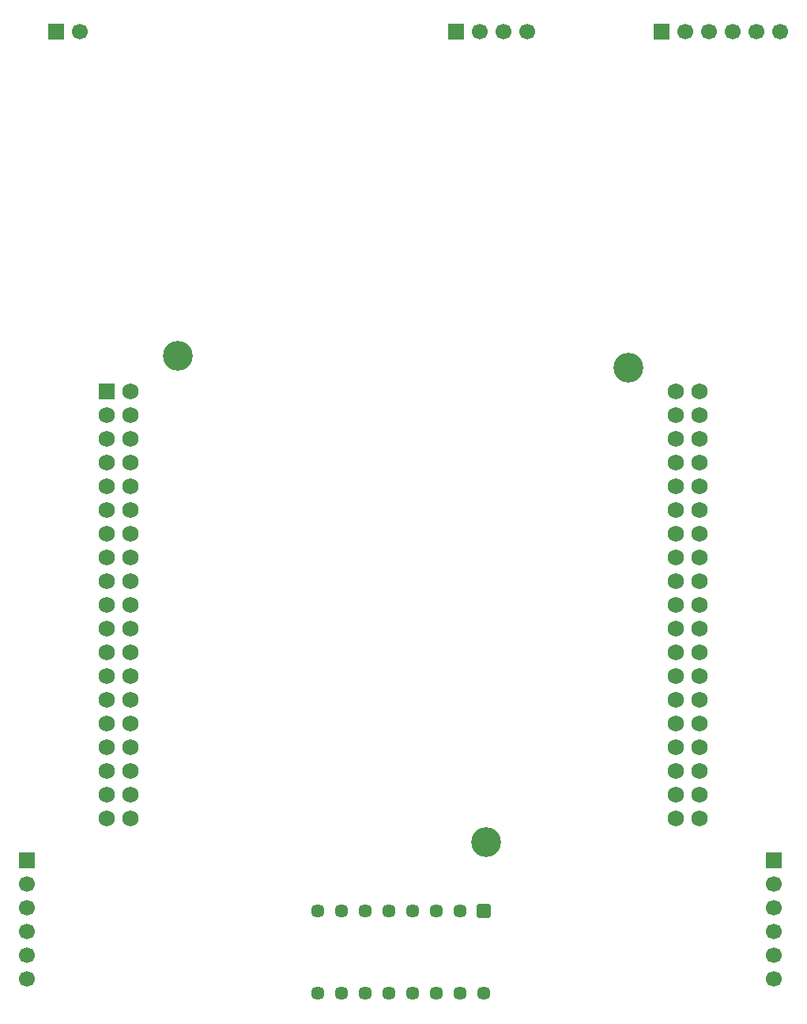
<source format=gbr>
%TF.GenerationSoftware,KiCad,Pcbnew,9.0.4*%
%TF.CreationDate,2025-11-20T13:42:00+01:00*%
%TF.ProjectId,tuto,7475746f-2e6b-4696-9361-645f70636258,rev?*%
%TF.SameCoordinates,Original*%
%TF.FileFunction,Soldermask,Bot*%
%TF.FilePolarity,Negative*%
%FSLAX46Y46*%
G04 Gerber Fmt 4.6, Leading zero omitted, Abs format (unit mm)*
G04 Created by KiCad (PCBNEW 9.0.4) date 2025-11-20 13:42:00*
%MOMM*%
%LPD*%
G01*
G04 APERTURE LIST*
G04 Aperture macros list*
%AMRoundRect*
0 Rectangle with rounded corners*
0 $1 Rounding radius*
0 $2 $3 $4 $5 $6 $7 $8 $9 X,Y pos of 4 corners*
0 Add a 4 corners polygon primitive as box body*
4,1,4,$2,$3,$4,$5,$6,$7,$8,$9,$2,$3,0*
0 Add four circle primitives for the rounded corners*
1,1,$1+$1,$2,$3*
1,1,$1+$1,$4,$5*
1,1,$1+$1,$6,$7*
1,1,$1+$1,$8,$9*
0 Add four rect primitives between the rounded corners*
20,1,$1+$1,$2,$3,$4,$5,0*
20,1,$1+$1,$4,$5,$6,$7,0*
20,1,$1+$1,$6,$7,$8,$9,0*
20,1,$1+$1,$8,$9,$2,$3,0*%
G04 Aperture macros list end*
%ADD10R,1.700000X1.700000*%
%ADD11C,1.700000*%
%ADD12RoundRect,0.102000X-0.625000X0.625000X-0.625000X-0.625000X0.625000X-0.625000X0.625000X0.625000X0*%
%ADD13C,1.454000*%
%ADD14C,3.200000*%
%ADD15RoundRect,0.102000X-0.762000X-0.762000X0.762000X-0.762000X0.762000X0.762000X-0.762000X0.762000X0*%
%ADD16C,1.728000*%
G04 APERTURE END LIST*
D10*
%TO.C,J4*%
X131538735Y-39100000D03*
D11*
X134078735Y-39100000D03*
X136618735Y-39100000D03*
X139158735Y-39100000D03*
X141698735Y-39100000D03*
X144238735Y-39100000D03*
%TD*%
D10*
%TO.C,J2*%
X143615150Y-127850000D03*
D11*
X143615150Y-130390000D03*
X143615150Y-132930000D03*
X143615150Y-135470000D03*
X143615150Y-138010000D03*
X143615150Y-140550000D03*
%TD*%
D10*
%TO.C,J5*%
X66753391Y-39100000D03*
D11*
X69293391Y-39100000D03*
%TD*%
D12*
%TO.C,U2*%
X112505150Y-133200000D03*
D13*
X109965150Y-133200000D03*
X107425150Y-133200000D03*
X104885150Y-133200000D03*
X102345150Y-133200000D03*
X99805150Y-133200000D03*
X97265150Y-133200000D03*
X94725150Y-133200000D03*
X94725150Y-142000000D03*
X97265150Y-142000000D03*
X99805150Y-142000000D03*
X102345150Y-142000000D03*
X104885150Y-142000000D03*
X107425150Y-142000000D03*
X109965150Y-142000000D03*
X112505150Y-142000000D03*
%TD*%
D10*
%TO.C,J6*%
X63615150Y-127850000D03*
D11*
X63615150Y-130390000D03*
X63615150Y-132930000D03*
X63615150Y-135470000D03*
X63615150Y-138010000D03*
X63615150Y-140550000D03*
%TD*%
D10*
%TO.C,J1*%
X109576593Y-39100000D03*
D11*
X112116593Y-39100000D03*
X114656593Y-39100000D03*
X117196593Y-39100000D03*
%TD*%
D14*
%TO.C,U1*%
X79740000Y-73830000D03*
X112760000Y-125900000D03*
X128000000Y-75100000D03*
D15*
X72120000Y-77640000D03*
D16*
X74660000Y-77640000D03*
X72120000Y-80180000D03*
X74660000Y-80180000D03*
X72120000Y-82720000D03*
X74660000Y-82720000D03*
X72120000Y-85260000D03*
X74660000Y-85260000D03*
X72120000Y-87800000D03*
X74660000Y-87800000D03*
X72120000Y-90340000D03*
X74660000Y-90340000D03*
X72120000Y-92880000D03*
X74660000Y-92880000D03*
X72120000Y-95420000D03*
X74660000Y-95420000D03*
X72120000Y-97960000D03*
X74660000Y-97960000D03*
X72120000Y-100500000D03*
X74660000Y-100500000D03*
X72120000Y-103040000D03*
X74660000Y-103040000D03*
X72120000Y-105580000D03*
X74660000Y-105580000D03*
X72120000Y-108120000D03*
X74660000Y-108120000D03*
X72120000Y-110660000D03*
X74660000Y-110660000D03*
X72120000Y-113200000D03*
X74660000Y-113200000D03*
X72120000Y-115740000D03*
X74660000Y-115740000D03*
X72120000Y-118280000D03*
X74660000Y-118280000D03*
X72120000Y-120820000D03*
X74660000Y-120820000D03*
X72120000Y-123360000D03*
X74660000Y-123360000D03*
X133080000Y-77640000D03*
X135620000Y-77640000D03*
X133080000Y-80180000D03*
X135620000Y-80180000D03*
X133080000Y-82720000D03*
X135620000Y-82720000D03*
X133080000Y-85260000D03*
X135620000Y-85260000D03*
X133080000Y-87800000D03*
X135620000Y-87800000D03*
X133080000Y-90340000D03*
X135620000Y-90340000D03*
X133080000Y-92880000D03*
X135620000Y-92880000D03*
X133080000Y-95420000D03*
X135620000Y-95420000D03*
X133080000Y-97960000D03*
X135620000Y-97960000D03*
X133080000Y-100500000D03*
X135620000Y-100500000D03*
X133080000Y-103040000D03*
X135620000Y-103040000D03*
X133080000Y-105580000D03*
X135620000Y-105580000D03*
X133080000Y-108120000D03*
X135620000Y-108120000D03*
X133080000Y-110660000D03*
X135620000Y-110660000D03*
X133080000Y-113200000D03*
X135620000Y-113200000D03*
X133080000Y-115740000D03*
X135620000Y-115740000D03*
X133080000Y-118280000D03*
X135620000Y-118280000D03*
X133080000Y-120820000D03*
X135620000Y-120820000D03*
X133080000Y-123360000D03*
X135620000Y-123360000D03*
%TD*%
M02*

</source>
